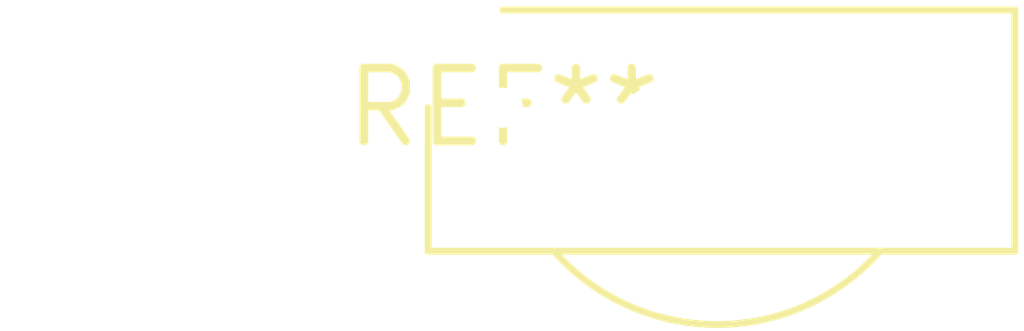
<source format=kicad_pcb>
(kicad_pcb (version 20240108) (generator pcbnew)
  (layers (0 "F.Cu" signal) (31 "B.Cu" signal) (34 "B.Paste" user) (35 "F.Paste" user) (36 "B.SilkS" user "B.Silkscreen") (37 "F.SilkS" user "F.Silkscreen") (38 "B.Mask" user) (39 "F.Mask" user) (44 "Edge.Cuts" user))
  (net 0 "")
  (footprint "Vishay_CAST-3Pin" (layer "F.Cu") (at 0 0)
    (property "Reference" "REF**")
    (property "Value" "Vishay_CAST-3Pin")
    (fp_line (start -1.3 0) (end -1.3 2.5) (layer "F.SilkS") (stroke (width 0.12)))
    (fp_line (start -1.3 2.5) (end 0.9 2.5) (layer "F.SilkS") (stroke (width 0.12)))
    (fp_line (start 0.9 2.5) (end 6.6 2.5) (layer "F.SilkS") (stroke (width 0.12)))
    (fp_line (start 6.5 2.5) (end 8.9 2.5) (layer "F.SilkS") (stroke (width 0.12)))
    (fp_line (start 8.9 -1.7) (end 0 -1.7) (layer "F.SilkS") (stroke (width 0.12)))
    (fp_line (start 8.9 2.5) (end 8.9 -1.7) (layer "F.SilkS") (stroke (width 0.12)))
    (fp_arc (start 6.55 2.5) (mid 3.722825 3.776095) (end 0.893744 2.504232) (layer "F.SilkS") (stroke (width 0.12)))
    (pad "1" thru_hole roundrect (at 0 0) (size 1.4 1.4) (drill 0.7) (layers *.Cu *.Mask) (remove_unused_layers) (roundrect_rratio 0.178))
    (pad "2" thru_hole circle (at 2.54 0) (size 1.4 1.4) (drill 0.7) (layers *.Cu *.Mask) (remove_unused_layers))
    (pad "3" thru_hole circle (at 7.62 0) (size 1.4 1.4) (drill 0.7) (layers *.Cu *.Mask) (remove_unused_layers))
  )
)
</source>
